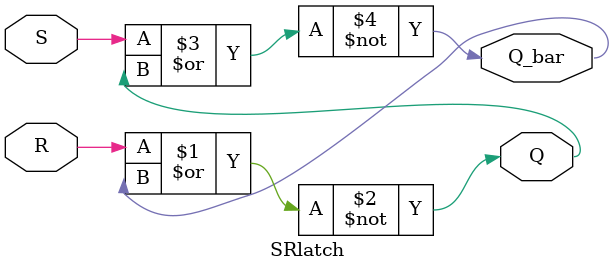
<source format=v>
module  SRlatch (S, R, Q, Q_bar);
    input S, R;
    output Q, Q_bar;

    nor n1(Q, R, Q_bar);
    nor n2(Q_bar, S, Q);
    
endmodule
</source>
